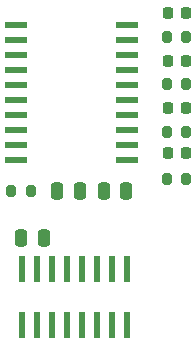
<source format=gtp>
%TF.GenerationSoftware,KiCad,Pcbnew,9.0.2*%
%TF.CreationDate,2025-09-02T23:35:07-07:00*%
%TF.ProjectId,driver,64726976-6572-42e6-9b69-6361645f7063,rev?*%
%TF.SameCoordinates,Original*%
%TF.FileFunction,Paste,Top*%
%TF.FilePolarity,Positive*%
%FSLAX46Y46*%
G04 Gerber Fmt 4.6, Leading zero omitted, Abs format (unit mm)*
G04 Created by KiCad (PCBNEW 9.0.2) date 2025-09-02 23:35:07*
%MOMM*%
%LPD*%
G01*
G04 APERTURE LIST*
G04 Aperture macros list*
%AMRoundRect*
0 Rectangle with rounded corners*
0 $1 Rounding radius*
0 $2 $3 $4 $5 $6 $7 $8 $9 X,Y pos of 4 corners*
0 Add a 4 corners polygon primitive as box body*
4,1,4,$2,$3,$4,$5,$6,$7,$8,$9,$2,$3,0*
0 Add four circle primitives for the rounded corners*
1,1,$1+$1,$2,$3*
1,1,$1+$1,$4,$5*
1,1,$1+$1,$6,$7*
1,1,$1+$1,$8,$9*
0 Add four rect primitives between the rounded corners*
20,1,$1+$1,$2,$3,$4,$5,0*
20,1,$1+$1,$4,$5,$6,$7,0*
20,1,$1+$1,$6,$7,$8,$9,0*
20,1,$1+$1,$8,$9,$2,$3,0*%
G04 Aperture macros list end*
%ADD10R,0.558800X2.184400*%
%ADD11R,1.981200X0.558800*%
%ADD12RoundRect,0.250000X-0.250000X-0.475000X0.250000X-0.475000X0.250000X0.475000X-0.250000X0.475000X0*%
%ADD13RoundRect,0.200000X-0.200000X-0.275000X0.200000X-0.275000X0.200000X0.275000X-0.200000X0.275000X0*%
%ADD14RoundRect,0.218750X-0.218750X-0.256250X0.218750X-0.256250X0.218750X0.256250X-0.218750X0.256250X0*%
%ADD15RoundRect,0.250000X0.250000X0.475000X-0.250000X0.475000X-0.250000X-0.475000X0.250000X-0.475000X0*%
G04 APERTURE END LIST*
D10*
%TO.C,PISO1*%
X47110000Y-64362200D03*
X48380000Y-64362200D03*
X49650000Y-64362200D03*
X50920000Y-64362200D03*
X52190000Y-64362200D03*
X53460000Y-64362200D03*
X54730000Y-64362200D03*
X56000000Y-64362200D03*
X56000000Y-59637800D03*
X54730000Y-59637800D03*
X53460000Y-59637800D03*
X52190000Y-59637800D03*
X50920000Y-59637800D03*
X49650000Y-59637800D03*
X48380000Y-59637800D03*
X47110000Y-59637800D03*
%TD*%
D11*
%TO.C,Driver1*%
X56000000Y-50430000D03*
X56000000Y-49160000D03*
X56000000Y-47890000D03*
X56000000Y-46620000D03*
X56000000Y-45350000D03*
X56000000Y-44080000D03*
X56000000Y-42810000D03*
X56000000Y-41540000D03*
X56000000Y-40270000D03*
X56000000Y-39000000D03*
X46627400Y-39000000D03*
X46627400Y-40270000D03*
X46627400Y-41540000D03*
X46627400Y-42810000D03*
X46627400Y-44080000D03*
X46627400Y-45350000D03*
X46627400Y-46620000D03*
X46627400Y-47890000D03*
X46627400Y-49160000D03*
X46627400Y-50430000D03*
%TD*%
D12*
%TO.C,C3*%
X50100000Y-53000000D03*
X52000000Y-53000000D03*
%TD*%
D13*
%TO.C,R4*%
X59350000Y-52000000D03*
X61000000Y-52000000D03*
%TD*%
%TO.C,R3*%
X59350000Y-48000000D03*
X61000000Y-48000000D03*
%TD*%
D14*
%TO.C,D1*%
X59425000Y-38000000D03*
X61000000Y-38000000D03*
%TD*%
D12*
%TO.C,C2*%
X47050000Y-57000000D03*
X48950000Y-57000000D03*
%TD*%
D14*
%TO.C,D2*%
X59425000Y-42000000D03*
X61000000Y-42000000D03*
%TD*%
%TO.C,D3*%
X59425000Y-46000000D03*
X61000000Y-46000000D03*
%TD*%
D13*
%TO.C,R2*%
X59350000Y-44000000D03*
X61000000Y-44000000D03*
%TD*%
D15*
%TO.C,C1*%
X55950000Y-53000000D03*
X54050000Y-53000000D03*
%TD*%
D14*
%TO.C,D4*%
X59425000Y-49849000D03*
X61000000Y-49849000D03*
%TD*%
D13*
%TO.C,R5*%
X46175000Y-53000000D03*
X47825000Y-53000000D03*
%TD*%
%TO.C,R1*%
X59350000Y-40000000D03*
X61000000Y-40000000D03*
%TD*%
M02*

</source>
